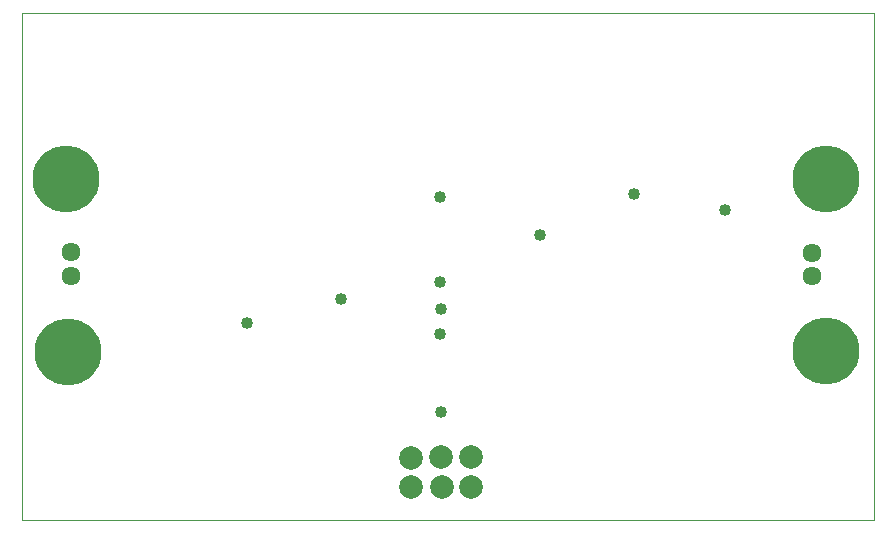
<source format=gbs>
G75*
%MOIN*%
%OFA0B0*%
%FSLAX25Y25*%
%IPPOS*%
%LPD*%
%AMOC8*
5,1,8,0,0,1.08239X$1,22.5*
%
%ADD10C,0.00394*%
%ADD11C,0.07887*%
%ADD12C,0.22300*%
%ADD13C,0.06343*%
%ADD14C,0.04000*%
D10*
X0013386Y0011105D02*
X0297323Y0011105D01*
X0297323Y0179954D01*
X0013386Y0179954D01*
X0013386Y0011105D01*
D11*
X0143205Y0021923D03*
X0153301Y0021943D03*
X0163142Y0021926D03*
X0163002Y0032027D03*
X0153102Y0031969D03*
X0143189Y0031831D03*
D12*
X0028696Y0067095D03*
X0028101Y0124812D03*
X0281394Y0124699D03*
X0281537Y0067175D03*
D13*
X0276620Y0092218D03*
X0276620Y0100092D03*
X0029859Y0100283D03*
X0029859Y0092409D03*
D14*
X0088392Y0076545D03*
X0119675Y0084709D03*
X0153030Y0081208D03*
X0152901Y0073133D03*
X0152884Y0090214D03*
X0186061Y0105976D03*
X0217474Y0119553D03*
X0247715Y0114291D03*
X0152639Y0118539D03*
X0153028Y0046978D03*
M02*

</source>
